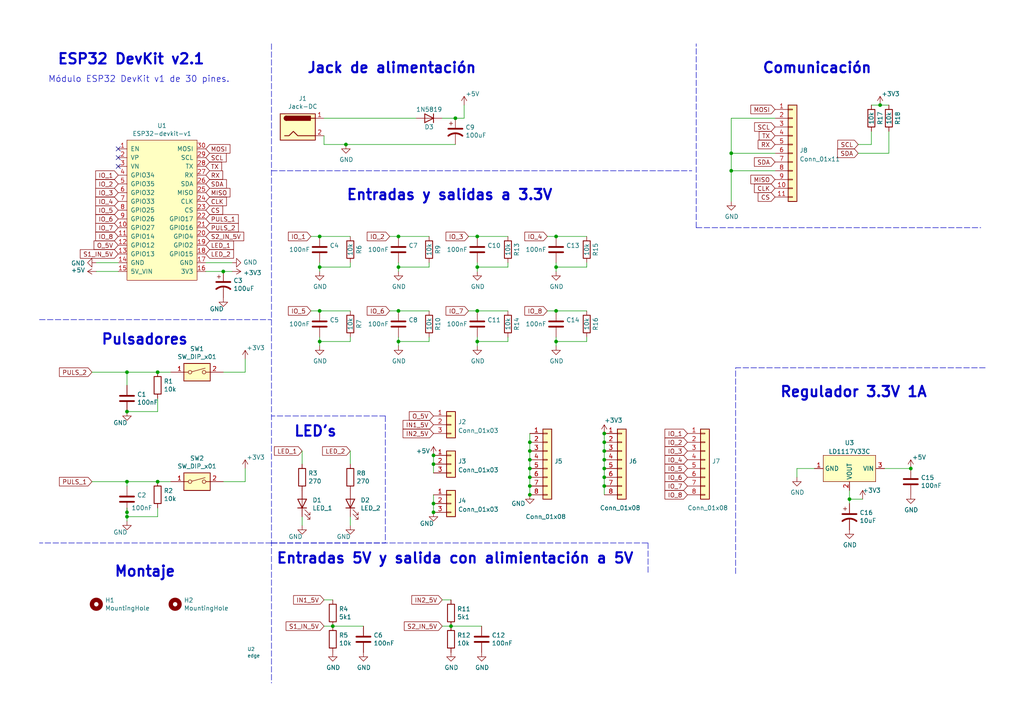
<source format=kicad_sch>
(kicad_sch (version 20211123) (generator eeschema)
  (paper "A4")
  (title_block (title "Esquema Open KIoT") (date "2022-04-25") (company "voluta.coop"))
  (lib_symbols
    (symbol "Connector:Jack-DC" (pin_names (offset 1.016))
      (property "Reference" "J" (at 0 5.334 0))
      (property "Value" "Jack-DC" (at 0 -5.08 0))
      (symbol "Jack-DC_0_1"
        (rectangle (start -5.08 3.81) (end 5.08 -3.81) (stroke (width 0.254)) (fill (type background)))
        (arc (start -3.302 3.175) (mid -3.937 2.54) (end -3.302 1.905) (stroke (width 0.254)))
        (arc (start -3.302 3.175) (mid -3.937 2.54) (end -3.302 1.905) (stroke (width 0.254)) (fill (type outline)))
        (polyline (pts (xy 5.08 2.54) (xy 3.81 2.54)) (stroke (width 0.254)))
        (polyline (pts (xy -3.81 -2.54) (xy -2.54 -2.54) (xy -1.27 -1.27) (xy 0 -2.54) (xy 2.54 -2.54) (xy 5.08 -2.54)) (stroke (width 0.254)))
        (rectangle (start 3.683 3.175) (end -3.302 1.905) (stroke (width 0.254)) (fill (type outline)))
      )
      (symbol "Jack-DC_1_1"
        (pin passive line (at 7.62 2.54 180) (length 2.54) (name "~") (number "1"))
        (pin passive line (at 7.62 -2.54 180) (length 2.54) (name "~") (number "2"))
      )
    )
    (symbol "Connector_Generic:Conn_01x03" (pin_names (offset 1.016) hide)
      (property "Reference" "J" (at 0 5.08 0))
      (property "Value" "Conn_01x03" (at 0 -5.08 0))
      (symbol "Conn_01x03_1_1"
        (rectangle (start -1.27 -2.413) (end 0 -2.667) (stroke (width 0.1524)))
        (rectangle (start -1.27 0.127) (end 0 -0.127) (stroke (width 0.1524)))
        (rectangle (start -1.27 2.667) (end 0 2.413) (stroke (width 0.1524)))
        (rectangle (start -1.27 3.81) (end 1.27 -3.81) (stroke (width 0.254)) (fill (type background)))
        (pin passive line (at -5.08 2.54 0) (length 3.81) (name "Pin_1") (number "1"))
        (pin passive line (at -5.08 0 0) (length 3.81) (name "Pin_2") (number "2"))
        (pin passive line (at -5.08 -2.54 0) (length 3.81) (name "Pin_3") (number "3"))
      )
    )
    (symbol "Connector_Generic:Conn_01x08" (pin_names (offset 1.016) hide)
      (property "Reference" "J" (at 0 10.16 0))
      (property "Value" "Conn_01x08" (at 0 -12.7 0))
      (symbol "Conn_01x08_1_1"
        (rectangle (start -1.27 -10.033) (end 0 -10.287) (stroke (width 0.1524)))
        (rectangle (start -1.27 -7.493) (end 0 -7.747) (stroke (width 0.1524)))
        (rectangle (start -1.27 -4.953) (end 0 -5.207) (stroke (width 0.1524)))
        (rectangle (start -1.27 -2.413) (end 0 -2.667) (stroke (width 0.1524)))
        (rectangle (start -1.27 0.127) (end 0 -0.127) (stroke (width 0.1524)))
        (rectangle (start -1.27 2.667) (end 0 2.413) (stroke (width 0.1524)))
        (rectangle (start -1.27 5.207) (end 0 4.953) (stroke (width 0.1524)))
        (rectangle (start -1.27 7.747) (end 0 7.493) (stroke (width 0.1524)))
        (rectangle (start -1.27 8.89) (end 1.27 -11.43) (stroke (width 0.254)) (fill (type background)))
        (pin passive line (at -5.08 7.62 0) (length 3.81) (name "Pin_1") (number "1"))
        (pin passive line (at -5.08 5.08 0) (length 3.81) (name "Pin_2") (number "2"))
        (pin passive line (at -5.08 2.54 0) (length 3.81) (name "Pin_3") (number "3"))
        (pin passive line (at -5.08 0 0) (length 3.81) (name "Pin_4") (number "4"))
        (pin passive line (at -5.08 -2.54 0) (length 3.81) (name "Pin_5") (number "5"))
        (pin passive line (at -5.08 -5.08 0) (length 3.81) (name "Pin_6") (number "6"))
        (pin passive line (at -5.08 -7.62 0) (length 3.81) (name "Pin_7") (number "7"))
        (pin passive line (at -5.08 -10.16 0) (length 3.81) (name "Pin_8") (number "8"))
      )
    )
    (symbol "Connector_Generic:Conn_01x11" (pin_names (offset 1.016) hide)
      (property "Reference" "J" (at 0 15.24 0))
      (property "Value" "Conn_01x11" (at 0 -15.24 0))
      (symbol "Conn_01x11_1_1"
        (rectangle (start -1.27 -12.573) (end 0 -12.827) (stroke (width 0.1524)))
        (rectangle (start -1.27 -10.033) (end 0 -10.287) (stroke (width 0.1524)))
        (rectangle (start -1.27 -7.493) (end 0 -7.747) (stroke (width 0.1524)))
        (rectangle (start -1.27 -4.953) (end 0 -5.207) (stroke (width 0.1524)))
        (rectangle (start -1.27 -2.413) (end 0 -2.667) (stroke (width 0.1524)))
        (rectangle (start -1.27 0.127) (end 0 -0.127) (stroke (width 0.1524)))
        (rectangle (start -1.27 2.667) (end 0 2.413) (stroke (width 0.1524)))
        (rectangle (start -1.27 5.207) (end 0 4.953) (stroke (width 0.1524)))
        (rectangle (start -1.27 7.747) (end 0 7.493) (stroke (width 0.1524)))
        (rectangle (start -1.27 10.287) (end 0 10.033) (stroke (width 0.1524)))
        (rectangle (start -1.27 12.827) (end 0 12.573) (stroke (width 0.1524)))
        (rectangle (start -1.27 13.97) (end 1.27 -13.97) (stroke (width 0.254)) (fill (type background)))
        (pin passive line (at -5.08 12.7 0) (length 3.81) (name "Pin_1") (number "1"))
        (pin passive line (at -5.08 -10.16 0) (length 3.81) (name "Pin_10") (number "10"))
        (pin passive line (at -5.08 -12.7 0) (length 3.81) (name "Pin_11") (number "11"))
        (pin passive line (at -5.08 10.16 0) (length 3.81) (name "Pin_2") (number "2"))
        (pin passive line (at -5.08 7.62 0) (length 3.81) (name "Pin_3") (number "3"))
        (pin passive line (at -5.08 5.08 0) (length 3.81) (name "Pin_4") (number "4"))
        (pin passive line (at -5.08 2.54 0) (length 3.81) (name "Pin_5") (number "5"))
        (pin passive line (at -5.08 0 0) (length 3.81) (name "Pin_6") (number "6"))
        (pin passive line (at -5.08 -2.54 0) (length 3.81) (name "Pin_7") (number "7"))
        (pin passive line (at -5.08 -5.08 0) (length 3.81) (name "Pin_8") (number "8"))
        (pin passive line (at -5.08 -7.62 0) (length 3.81) (name "Pin_9") (number "9"))
      )
    )
    (symbol "Device:C" (pin_numbers hide) (pin_names (offset 0.254))
      (property "Reference" "C" (at 0.635 2.54 0))
      (property "Value" "C" (at 0.635 -2.54 0))
      (symbol "C_0_1"
        (polyline (pts (xy -2.032 -0.762) (xy 2.032 -0.762)) (stroke (width 0.508)))
        (polyline (pts (xy -2.032 0.762) (xy 2.032 0.762)) (stroke (width 0.508)))
      )
      (symbol "C_1_1"
        (pin passive line (at 0 3.81 270) (length 2.794) (name "~") (number "1"))
        (pin passive line (at 0 -3.81 90) (length 2.794) (name "~") (number "2"))
      )
    )
    (symbol "Device:D" (pin_numbers hide) (pin_names (offset 1.016) hide)
      (property "Reference" "D" (at 0 2.54 0))
      (property "Value" "D" (at 0 -2.54 0))
      (symbol "D_0_1"
        (polyline (pts (xy -1.27 1.27) (xy -1.27 -1.27)) (stroke (width 0.254)))
        (polyline (pts (xy 1.27 0) (xy -1.27 0)))
        (polyline (pts (xy 1.27 1.27) (xy 1.27 -1.27) (xy -1.27 0) (xy 1.27 1.27)) (stroke (width 0.254)))
      )
      (symbol "D_1_1"
        (pin passive line (at -3.81 0 0) (length 2.54) (name "K") (number "1"))
        (pin passive line (at 3.81 0 180) (length 2.54) (name "A") (number "2"))
      )
    )
    (symbol "Device:LED" (pin_numbers hide) (pin_names (offset 1.016) hide)
      (property "Reference" "D" (at 0 2.54 0))
      (property "Value" "LED" (at 0 -2.54 0))
      (symbol "LED_0_1"
        (polyline (pts (xy -1.27 -1.27) (xy -1.27 1.27)) (stroke (width 0.254)))
        (polyline (pts (xy -1.27 0) (xy 1.27 0)))
        (polyline (pts (xy 1.27 -1.27) (xy 1.27 1.27) (xy -1.27 0) (xy 1.27 -1.27)) (stroke (width 0.254)))
        (polyline (pts (xy -3.048 -0.762) (xy -4.572 -2.286) (xy -3.81 -2.286) (xy -4.572 -2.286) (xy -4.572 -1.524)))
        (polyline (pts (xy -1.778 -0.762) (xy -3.302 -2.286) (xy -2.54 -2.286) (xy -3.302 -2.286) (xy -3.302 -1.524)))
      )
      (symbol "LED_1_1"
        (pin passive line (at -3.81 0 0) (length 2.54) (name "K") (number "1"))
        (pin passive line (at 3.81 0 180) (length 2.54) (name "A") (number "2"))
      )
    )
    (symbol "Device:R" (pin_numbers hide) (pin_names (offset 0))
      (property "Reference" "R" (at 2.032 0 90))
      (property "Value" "R" (at 0 0 90))
      (symbol "R_0_1"
        (rectangle (start -1.016 -2.54) (end 1.016 2.54) (stroke (width 0.254)))
      )
      (symbol "R_1_1"
        (pin passive line (at 0 3.81 270) (length 1.27) (name "~") (number "1"))
        (pin passive line (at 0 -3.81 90) (length 1.27) (name "~") (number "2"))
      )
    )
    (symbol "Mechanical:MountingHole" (pin_names (offset 1.016))
      (property "Reference" "H" (at 0 5.08 0))
      (property "Value" "MountingHole" (at 0 3.175 0))
      (symbol "MountingHole_0_1"
        (circle (center 0 0) (radius 1.27) (stroke (width 1.27)))
      )
    )
    (symbol "Open_KIoT:LD1117V33C"
      (property "Reference" "U" (at 6.35 -5.08 0))
      (property "Value" "LD1117V33C" (at 0 5.08 0))
      (symbol "LD1117V33C_0_1"
        (rectangle (start -7.62 3.81) (end 7.62 -3.81) (stroke (width 0.1524)) (fill (type background)))
      )
      (symbol "LD1117V33C_1_1"
        (pin output line (at -10.16 0 0) (length 2.54) (name "GND") (number "1"))
        (pin output line (at 0 -6.35 90) (length 2.54) (name "VOUT") (number "2"))
        (pin input line (at 10.16 0 180) (length 2.54) (name "VIN") (number "3"))
      )
    )
    (symbol "Switch:SW_DIP_x01" (pin_names (offset 0) hide)
      (property "Reference" "SW" (at 0 3.81 0))
      (property "Value" "SW_DIP_x01" (at 0 -3.81 0))
      (symbol "SW_DIP_x01_0_0"
        (circle (center -2.032 0) (radius 0.508))
        (polyline (pts (xy -1.524 0.127) (xy 2.3622 1.1684)))
        (circle (center 2.032 0) (radius 0.508))
      )
      (symbol "SW_DIP_x01_0_1"
        (rectangle (start -3.81 2.54) (end 3.81 -2.54) (stroke (width 0.254)) (fill (type background)))
      )
      (symbol "SW_DIP_x01_1_1"
        (pin passive line (at -7.62 0 0) (length 5.08) (name "~") (number "1"))
        (pin passive line (at 7.62 0 180) (length 5.08) (name "~") (number "2"))
      )
    )
    (symbol "eGallinero-rescue:CP1-Device" (pin_numbers hide) (pin_names (offset 0.254) hide)
      (property "Reference" "C" (at 0.635 2.54 0))
      (property "Value" "CP1-Device" (at 0.635 -2.54 0))
      (symbol "CP1-Device_0_1"
        (polyline (pts (xy -2.032 0.762) (xy 2.032 0.762)) (stroke (width 0.508)))
        (polyline (pts (xy -1.778 2.286) (xy -0.762 2.286)))
        (polyline (pts (xy -1.27 1.778) (xy -1.27 2.794)))
        (arc (start 2.032 -1.27) (mid 0 -0.5572) (end -2.032 -1.27) (stroke (width 0.508)))
      )
      (symbol "CP1-Device_1_1"
        (pin passive line (at 0 3.81 270) (length 2.794) (name "~") (number "1"))
        (pin passive line (at 0 -3.81 90) (length 3.302) (name "~") (number "2"))
      )
    )
    (symbol "eGallinero:ESP32-devkit-v1" (pin_names (offset 1.016))
      (property "Reference" "U" (at 0 22.86 0))
      (property "Value" "ESP32-devkit-v1" (at 0 -22.86 0))
      (symbol "ESP32-devkit-v1_0_1"
        (rectangle (start 10.16 -20.32) (end -10.16 20.32) (fill (type background)))
      )
      (symbol "ESP32-devkit-v1_1_1"
        (pin input line (at -12.7 17.78 0) (length 2.54) (name "EN") (number "1"))
        (pin input line (at -12.7 -5.08 0) (length 2.54) (name "GPIO27") (number "10"))
        (pin input line (at -12.7 -7.62 0) (length 2.54) (name "GPIO14") (number "11"))
        (pin input line (at -12.7 -10.16 0) (length 2.54) (name "GPIO12") (number "12"))
        (pin input line (at -12.7 -12.7 0) (length 2.54) (name "GPIO13") (number "13"))
        (pin input line (at -12.7 -15.24 0) (length 2.54) (name "GND") (number "14"))
        (pin input line (at -12.7 -17.78 0) (length 2.54) (name "5V_VIN") (number "15"))
        (pin input line (at 12.7 -17.78 180) (length 2.54) (name "3V3") (number "16"))
        (pin input line (at 12.7 -15.24 180) (length 2.54) (name "GND") (number "17"))
        (pin input line (at 12.7 -12.7 180) (length 2.54) (name "GPIO15") (number "18"))
        (pin input line (at 12.7 -10.16 180) (length 2.54) (name "GPIO2") (number "19"))
        (pin input line (at -12.7 15.24 0) (length 2.54) (name "VP") (number "2"))
        (pin input line (at 12.7 -7.62 180) (length 2.54) (name "GPIO4") (number "20"))
        (pin input line (at 12.7 -5.08 180) (length 2.54) (name "GPIO16") (number "21"))
        (pin input line (at 12.7 -2.54 180) (length 2.54) (name "GPIO17") (number "22"))
        (pin input line (at 12.7 0 180) (length 2.54) (name "CS") (number "23"))
        (pin input line (at 12.7 2.54 180) (length 2.54) (name "CLK") (number "24"))
        (pin input line (at 12.7 5.08 180) (length 2.54) (name "MISO") (number "25"))
        (pin input line (at 12.7 7.62 180) (length 2.54) (name "SDA") (number "26"))
        (pin input line (at 12.7 10.16 180) (length 2.54) (name "RX") (number "27"))
        (pin input line (at 12.7 12.7 180) (length 2.54) (name "TX") (number "28"))
        (pin input line (at 12.7 15.24 180) (length 2.54) (name "SCL") (number "29"))
        (pin input line (at -12.7 12.7 0) (length 2.54) (name "VN") (number "3"))
        (pin input line (at 12.7 17.78 180) (length 2.54) (name "MOSI") (number "30"))
        (pin input line (at -12.7 10.16 0) (length 2.54) (name "GPIO34") (number "4"))
        (pin input line (at -12.7 7.62 0) (length 2.54) (name "GPIO35") (number "5"))
        (pin input line (at -12.7 5.08 0) (length 2.54) (name "GPIO32") (number "6"))
        (pin input line (at -12.7 2.54 0) (length 2.54) (name "GPIO33") (number "7"))
        (pin input line (at -12.7 0 0) (length 2.54) (name "GPIO25") (number "8"))
        (pin input line (at -12.7 -2.54 0) (length 2.54) (name "GPIO26") (number "9"))
      )
    )
    (symbol "eGallinero:edge" (pin_numbers hide) (pin_names (offset 0) hide)
      (property "Reference" "U" (at 0 0 0))
      (property "Value" "edge" (at 0 -3.81 0))
    )
    (symbol "power:+3V3" (power) (pin_names (offset 0))
      (property "Value" "+3V3" (at 0 3.556 0))
      (symbol "+3V3_0_1"
        (polyline (pts (xy -0.762 1.27) (xy 0 2.54)))
        (polyline (pts (xy 0 0) (xy 0 2.54)))
        (polyline (pts (xy 0 2.54) (xy 0.762 1.27)))
      )
      (symbol "+3V3_1_1"
        (pin power_in line (at 0 0 90) (length 0) hide (name "+3V3") (number "1"))
      )
    )
    (symbol "power:+5V" (power) (pin_names (offset 0))
      (property "Value" "+5V" (at 0 3.556 0))
      (symbol "+5V_0_1"
        (polyline (pts (xy -0.762 1.27) (xy 0 2.54)))
        (polyline (pts (xy 0 0) (xy 0 2.54)))
        (polyline (pts (xy 0 2.54) (xy 0.762 1.27)))
      )
      (symbol "+5V_1_1"
        (pin power_in line (at 0 0 90) (length 0) hide (name "+5V") (number "1"))
      )
    )
    (symbol "power:GND" (power) (pin_names (offset 0))
      (property "Value" "GND" (at 0 -3.81 0))
      (symbol "GND_0_1"
        (polyline (pts (xy 0 0) (xy 0 -1.27) (xy 1.27 -1.27) (xy 0 -2.54) (xy -1.27 -1.27) (xy 0 -1.27)))
      )
      (symbol "GND_1_1"
        (pin power_in line (at 0 0 270) (length 0) hide (name "GND") (number "1"))
      )
    )
  )
  (junction (at 138.43 99.06))
  (junction (at 138.43 90.17))
  (junction (at 64.77 78.74))
  (junction (at 45.72 107.95))
  (junction (at 130.81 181.61))
  (junction (at 115.57 68.58))
  (junction (at 92.71 68.58))
  (junction (at 125.73 146.05))
  (junction (at 115.57 77.47))
  (junction (at 175.26 140.97))
  (junction (at 153.67 143.51))
  (junction (at 212.09 49.53))
  (junction (at 92.71 77.47))
  (junction (at 175.26 135.89))
  (junction (at 175.26 128.27))
  (junction (at 175.26 130.81))
  (junction (at 161.29 99.06))
  (junction (at 153.67 128.27))
  (junction (at 115.57 90.17))
  (junction (at 264.16 135.89))
  (junction (at 153.67 135.89))
  (junction (at 161.29 90.17))
  (junction (at 255.27 30.48))
  (junction (at 138.43 68.58))
  (junction (at 175.26 138.43))
  (junction (at 153.67 138.43))
  (junction (at 125.73 134.62))
  (junction (at 153.67 130.81))
  (junction (at 36.83 119.38))
  (junction (at 36.83 149.86))
  (junction (at 153.67 140.97))
  (junction (at 96.52 181.61))
  (junction (at 138.43 77.47))
  (junction (at 175.26 125.73))
  (junction (at 161.29 68.58))
  (junction (at 161.29 77.47))
  (junction (at 153.67 133.35))
  (junction (at 36.83 148.59))
  (junction (at 36.83 139.7))
  (junction (at 92.71 90.17))
  (junction (at 125.73 132.08))
  (junction (at 115.57 99.06))
  (junction (at 100.33 41.91))
  (junction (at 125.73 148.59))
  (junction (at 45.72 139.7))
  (junction (at 246.38 144.78))
  (junction (at 175.26 133.35))
  (junction (at 132.08 34.29))
  (junction (at 92.71 99.06))
  (junction (at 36.83 107.95))
  (junction (at 212.09 44.45))
  (no_connect (at 34.29 43.18))
  (no_connect (at 34.29 45.72))
  (no_connect (at 34.29 48.26))
  (wire (pts (xy 138.43 99.06) (xy 138.43 100.33)))
  (wire (pts (xy 115.57 77.47) (xy 115.57 78.74)))
  (wire (pts (xy 248.92 44.45) (xy 257.81 44.45)))
  (wire (pts (xy 252.73 30.48) (xy 255.27 30.48)))
  (wire (pts (xy 153.67 140.97) (xy 153.67 143.51)))
  (wire (pts (xy 256.54 135.89) (xy 264.16 135.89)))
  (wire (pts (xy 138.43 68.58) (xy 147.32 68.58)))
  (wire (pts (xy 147.32 77.47) (xy 138.43 77.47)))
  (wire (pts (xy 125.73 134.62) (xy 125.73 137.16)))
  (wire (pts (xy 124.46 76.2) (xy 124.46 77.47)))
  (wire (pts (xy 92.71 77.47) (xy 92.71 78.74)))
  (wire (pts (xy 64.77 78.74) (xy 67.31 78.74)))
  (wire (pts (xy 175.26 138.43) (xy 175.26 140.97)))
  (wire (pts (xy 161.29 97.79) (xy 161.29 99.06)))
  (wire (pts (xy 161.29 90.17) (xy 170.18 90.17)))
  (wire (pts (xy 90.17 90.17) (xy 92.71 90.17)))
  (wire (pts (xy 27.94 76.2) (xy 34.29 76.2)))
  (wire (pts (xy 64.77 107.95) (xy 71.12 107.95)))
  (polyline (pts (xy 285.75 106.68) (xy 213.36 106.68)))
  (wire (pts (xy 125.73 132.08) (xy 125.73 134.62)))
  (wire (pts (xy 153.67 128.27) (xy 153.67 130.81)))
  (wire (pts (xy 101.6 149.86) (xy 101.6 152.4)))
  (wire (pts (xy 71.12 139.7) (xy 71.12 135.89)))
  (wire (pts (xy 34.29 78.74) (xy 27.94 78.74)))
  (polyline (pts (xy 213.36 166.37) (xy 213.36 106.68)))
  (wire (pts (xy 161.29 77.47) (xy 161.29 78.74)))
  (wire (pts (xy 92.71 97.79) (xy 92.71 99.06)))
  (wire (pts (xy 255.27 30.48) (xy 257.81 30.48)))
  (wire (pts (xy 248.92 41.91) (xy 252.73 41.91)))
  (wire (pts (xy 231.14 135.89) (xy 236.22 135.89)))
  (wire (pts (xy 128.27 181.61) (xy 130.81 181.61)))
  (wire (pts (xy 153.67 135.89) (xy 153.67 138.43)))
  (wire (pts (xy 101.6 97.79) (xy 101.6 99.06)))
  (polyline (pts (xy 78.74 12.7) (xy 78.74 198.12)))
  (wire (pts (xy 93.98 181.61) (xy 96.52 181.61)))
  (wire (pts (xy 125.73 146.05) (xy 125.73 148.59)))
  (wire (pts (xy 115.57 90.17) (xy 124.46 90.17)))
  (wire (pts (xy 90.17 68.58) (xy 92.71 68.58)))
  (wire (pts (xy 93.98 41.91) (xy 93.98 39.37)))
  (wire (pts (xy 170.18 99.06) (xy 161.29 99.06)))
  (wire (pts (xy 161.29 76.2) (xy 161.29 77.47)))
  (wire (pts (xy 128.27 173.99) (xy 130.81 173.99)))
  (wire (pts (xy 250.19 144.78) (xy 246.38 144.78)))
  (wire (pts (xy 92.71 99.06) (xy 92.71 100.33)))
  (polyline (pts (xy 201.93 66.04) (xy 201.93 12.7)))
  (wire (pts (xy 135.89 90.17) (xy 138.43 90.17)))
  (wire (pts (xy 135.89 68.58) (xy 138.43 68.58)))
  (wire (pts (xy 71.12 107.95) (xy 71.12 104.14)))
  (wire (pts (xy 246.38 144.78) (xy 246.38 146.05)))
  (wire (pts (xy 113.03 90.17) (xy 115.57 90.17)))
  (wire (pts (xy 101.6 130.81) (xy 101.6 134.62)))
  (wire (pts (xy 26.67 107.95) (xy 36.83 107.95)))
  (wire (pts (xy 175.26 135.89) (xy 175.26 138.43)))
  (wire (pts (xy 100.33 41.91) (xy 132.08 41.91)))
  (wire (pts (xy 147.32 76.2) (xy 147.32 77.47)))
  (wire (pts (xy 87.63 149.86) (xy 87.63 152.4)))
  (wire (pts (xy 161.29 99.06) (xy 161.29 100.33)))
  (wire (pts (xy 115.57 76.2) (xy 115.57 77.47)))
  (wire (pts (xy 153.67 133.35) (xy 153.67 135.89)))
  (wire (pts (xy 96.52 181.61) (xy 105.41 181.61)))
  (wire (pts (xy 93.98 34.29) (xy 120.65 34.29)))
  (wire (pts (xy 134.62 34.29) (xy 134.62 30.48)))
  (wire (pts (xy 45.72 139.7) (xy 36.83 139.7)))
  (wire (pts (xy 45.72 147.32) (xy 45.72 149.86)))
  (polyline (pts (xy 78.74 49.53) (xy 200.66 49.53)))
  (wire (pts (xy 147.32 97.79) (xy 147.32 99.06)))
  (wire (pts (xy 212.09 44.45) (xy 212.09 49.53)))
  (polyline (pts (xy 111.76 120.65) (xy 78.74 120.65)))
  (wire (pts (xy 212.09 49.53) (xy 212.09 58.42)))
  (wire (pts (xy 45.72 115.57) (xy 45.72 119.38)))
  (polyline (pts (xy 78.74 157.48) (xy 187.96 157.48)))
  (wire (pts (xy 158.75 90.17) (xy 161.29 90.17)))
  (wire (pts (xy 170.18 97.79) (xy 170.18 99.06)))
  (polyline (pts (xy 78.74 157.48) (xy 11.43 157.48)))
  (wire (pts (xy 252.73 41.91) (xy 252.73 38.1)))
  (wire (pts (xy 175.26 125.73) (xy 175.26 128.27)))
  (wire (pts (xy 257.81 44.45) (xy 257.81 38.1)))
  (wire (pts (xy 224.79 34.29) (xy 212.09 34.29)))
  (wire (pts (xy 170.18 76.2) (xy 170.18 77.47)))
  (wire (pts (xy 49.53 107.95) (xy 45.72 107.95)))
  (wire (pts (xy 246.38 142.24) (xy 246.38 144.78)))
  (wire (pts (xy 59.69 76.2) (xy 67.31 76.2)))
  (wire (pts (xy 138.43 76.2) (xy 138.43 77.47)))
  (wire (pts (xy 59.69 78.74) (xy 64.77 78.74)))
  (wire (pts (xy 36.83 149.86) (xy 36.83 151.13)))
  (wire (pts (xy 93.98 41.91) (xy 100.33 41.91)))
  (wire (pts (xy 45.72 119.38) (xy 36.83 119.38)))
  (wire (pts (xy 124.46 97.79) (xy 124.46 99.06)))
  (wire (pts (xy 36.83 139.7) (xy 36.83 140.97)))
  (polyline (pts (xy 11.43 92.71) (xy 78.74 92.71)))
  (wire (pts (xy 87.63 130.81) (xy 87.63 134.62)))
  (wire (pts (xy 161.29 68.58) (xy 170.18 68.58)))
  (wire (pts (xy 92.71 90.17) (xy 101.6 90.17)))
  (wire (pts (xy 115.57 99.06) (xy 115.57 100.33)))
  (wire (pts (xy 125.73 143.51) (xy 125.73 146.05)))
  (wire (pts (xy 147.32 99.06) (xy 138.43 99.06)))
  (wire (pts (xy 138.43 77.47) (xy 138.43 78.74)))
  (wire (pts (xy 130.81 181.61) (xy 139.7 181.61)))
  (polyline (pts (xy 111.76 120.65) (xy 111.76 157.48)))
  (wire (pts (xy 212.09 44.45) (xy 224.79 44.45)))
  (wire (pts (xy 101.6 99.06) (xy 92.71 99.06)))
  (wire (pts (xy 128.27 34.29) (xy 132.08 34.29)))
  (wire (pts (xy 36.83 107.95) (xy 45.72 107.95)))
  (wire (pts (xy 101.6 76.2) (xy 101.6 77.47)))
  (wire (pts (xy 212.09 49.53) (xy 224.79 49.53)))
  (wire (pts (xy 158.75 68.58) (xy 161.29 68.58)))
  (wire (pts (xy 115.57 97.79) (xy 115.57 99.06)))
  (wire (pts (xy 36.83 111.76) (xy 36.83 107.95)))
  (wire (pts (xy 92.71 68.58) (xy 101.6 68.58)))
  (wire (pts (xy 170.18 77.47) (xy 161.29 77.47)))
  (wire (pts (xy 101.6 77.47) (xy 92.71 77.47)))
  (wire (pts (xy 175.26 128.27) (xy 175.26 130.81)))
  (wire (pts (xy 45.72 149.86) (xy 36.83 149.86)))
  (wire (pts (xy 153.67 130.81) (xy 153.67 133.35)))
  (wire (pts (xy 138.43 97.79) (xy 138.43 99.06)))
  (wire (pts (xy 36.83 148.59) (xy 36.83 149.86)))
  (wire (pts (xy 49.53 139.7) (xy 45.72 139.7)))
  (polyline (pts (xy 78.74 157.48) (xy 111.76 157.48)))
  (wire (pts (xy 92.71 76.2) (xy 92.71 77.47)))
  (wire (pts (xy 175.26 140.97) (xy 175.26 143.51)))
  (polyline (pts (xy 201.93 66.04) (xy 284.48 66.04)))
  (wire (pts (xy 26.67 139.7) (xy 36.83 139.7)))
  (wire (pts (xy 93.98 173.99) (xy 96.52 173.99)))
  (wire (pts (xy 212.09 34.29) (xy 212.09 44.45)))
  (wire (pts (xy 113.03 68.58) (xy 115.57 68.58)))
  (wire (pts (xy 115.57 68.58) (xy 124.46 68.58)))
  (wire (pts (xy 64.77 139.7) (xy 71.12 139.7)))
  (wire (pts (xy 124.46 99.06) (xy 115.57 99.06)))
  (wire (pts (xy 132.08 34.29) (xy 134.62 34.29)))
  (wire (pts (xy 231.14 138.43) (xy 231.14 135.89)))
  (wire (pts (xy 153.67 125.73) (xy 153.67 128.27)))
  (wire (pts (xy 138.43 90.17) (xy 147.32 90.17)))
  (wire (pts (xy 36.83 147.32) (xy 36.83 148.59)))
  (wire (pts (xy 175.26 133.35) (xy 175.26 135.89)))
  (polyline (pts (xy 187.96 157.48) (xy 187.96 166.37)))
  (wire (pts (xy 175.26 130.81) (xy 175.26 133.35)))
  (wire (pts (xy 153.67 138.43) (xy 153.67 140.97)))
  (wire (pts (xy 124.46 77.47) (xy 115.57 77.47)))
  (text "Regulador 3.3V 1A" (at 226.06 115.57 0) (effects (font (size 2.9972 2.9972) (thickness 0.5994) bold) (justify left bottom)))
  (text "Módulo ESP32 DevKit v1 de 30 pines. \n" (at 13.97 24.13 0) (effects (font (size 1.8034 1.8034)) (justify left bottom)))
  (text "Entradas 5V y salida con alimientación a 5V" (at 80.01 163.83 0) (effects (font (size 2.9972 2.9972) (thickness 0.5994) bold) (justify left bottom)))
  (text "Pulsadores\n" (at 29.21 100.33 0) (effects (font (size 2.9972 2.9972) (thickness 0.5994) bold) (justify left bottom)))
  (text "Entradas y salidas a 3.3V" (at 100.33 58.42 0) (effects (font (size 2.9972 2.9972) (thickness 0.5994) bold) (justify left bottom)))
  (text "Comunicación" (at 220.98 21.59 0) (effects (font (size 2.9972 2.9972) (thickness 0.5994) bold) (justify left bottom)))
  (text "Montaje" (at 33.02 167.64 0) (effects (font (size 2.9972 2.9972) (thickness 0.5994) bold) (justify left bottom)))
  (text "ESP32 DevKit v2.1" (at 16.51 19.05 0) (effects (font (size 2.9972 2.9972) (thickness 0.5994) bold) (justify left bottom)))
  (text "LED's" (at 85.09 127 0) (effects (font (size 2.9972 2.9972) (thickness 0.5994) bold) (justify left bottom)))
  (text "Jack de alimentación" (at 88.9 21.59 0) (effects (font (size 2.9972 2.9972) (thickness 0.5994) bold) (justify left bottom)))
  (global_label "IO_5" (shape input) (at 90.17 90.17 180) (property "Referencias entre hojas" "${INTERSHEET_REFS}" (effects hide)))
  (global_label "LED_1" (shape input) (at 87.63 130.81 180) (property "Referencias entre hojas" "${INTERSHEET_REFS}" (effects hide)))
  (global_label "IO_1" (shape input) (at 199.39 125.73 180) (property "Referencias entre hojas" "${INTERSHEET_REFS}" (effects hide)))
  (global_label "PULS_1" (shape input) (at 26.67 139.7 180) (property "Referencias entre hojas" "${INTERSHEET_REFS}" (effects hide)))
  (global_label "SCL" (shape input) (at 248.92 41.91 180) (property "Referencias entre hojas" "${INTERSHEET_REFS}" (effects hide)))
  (global_label "MOSI" (shape input) (at 59.69 43.18 0) (property "Referencias entre hojas" "${INTERSHEET_REFS}" (effects hide)))
  (global_label "PULS_2" (shape input) (at 59.69 66.04 0) (property "Referencias entre hojas" "${INTERSHEET_REFS}" (effects hide)))
  (global_label "S1_IN_5V" (shape input) (at 34.29 73.66 180) (property "Referencias entre hojas" "${INTERSHEET_REFS}" (effects hide)))
  (global_label "IO_2" (shape input) (at 199.39 128.27 180) (property "Referencias entre hojas" "${INTERSHEET_REFS}" (effects hide)))
  (global_label "IO_3" (shape input) (at 135.89 68.58 180) (property "Referencias entre hojas" "${INTERSHEET_REFS}" (effects hide)))
  (global_label "SCL" (shape input) (at 59.69 45.72 0) (property "Referencias entre hojas" "${INTERSHEET_REFS}" (effects hide)))
  (global_label "MOSI" (shape input) (at 224.79 31.75 180) (property "Referencias entre hojas" "${INTERSHEET_REFS}" (effects hide)))
  (global_label "IO_5" (shape input) (at 34.29 60.96 180) (property "Referencias entre hojas" "${INTERSHEET_REFS}" (effects hide)))
  (global_label "SCL" (shape input) (at 224.79 36.83 180) (property "Referencias entre hojas" "${INTERSHEET_REFS}" (effects hide)))
  (global_label "IO_8" (shape input) (at 199.39 143.51 180) (property "Referencias entre hojas" "${INTERSHEET_REFS}" (effects hide)))
  (global_label "IO_6" (shape input) (at 199.39 138.43 180) (property "Referencias entre hojas" "${INTERSHEET_REFS}" (effects hide)))
  (global_label "IO_1" (shape input) (at 90.17 68.58 180) (property "Referencias entre hojas" "${INTERSHEET_REFS}" (effects hide)))
  (global_label "IO_7" (shape input) (at 34.29 66.04 180) (property "Referencias entre hojas" "${INTERSHEET_REFS}" (effects hide)))
  (global_label "IO_1" (shape input) (at 34.29 50.8 180) (property "Referencias entre hojas" "${INTERSHEET_REFS}" (effects hide)))
  (global_label "TX" (shape input) (at 59.69 48.26 0) (property "Referencias entre hojas" "${INTERSHEET_REFS}" (effects hide)))
  (global_label "LED_1" (shape input) (at 59.69 71.12 0) (property "Referencias entre hojas" "${INTERSHEET_REFS}" (effects hide)))
  (global_label "CS" (shape input) (at 59.69 60.96 0) (property "Referencias entre hojas" "${INTERSHEET_REFS}" (effects hide)))
  (global_label "CLK" (shape input) (at 224.79 54.61 180) (property "Referencias entre hojas" "${INTERSHEET_REFS}" (effects hide)))
  (global_label "IO_3" (shape input) (at 199.39 130.81 180) (property "Referencias entre hojas" "${INTERSHEET_REFS}" (effects hide)))
  (global_label "IO_5" (shape input) (at 199.39 135.89 180) (property "Referencias entre hojas" "${INTERSHEET_REFS}" (effects hide)))
  (global_label "SDA" (shape input) (at 224.79 46.99 180) (property "Referencias entre hojas" "${INTERSHEET_REFS}" (effects hide)))
  (global_label "RX" (shape input) (at 224.79 41.91 180) (property "Referencias entre hojas" "${INTERSHEET_REFS}" (effects hide)))
  (global_label "IO_2" (shape input) (at 113.03 68.58 180) (property "Referencias entre hojas" "${INTERSHEET_REFS}" (effects hide)))
  (global_label "CS" (shape input) (at 224.79 57.15 180) (property "Referencias entre hojas" "${INTERSHEET_REFS}" (effects hide)))
  (global_label "IO_8" (shape input) (at 158.75 90.17 180) (property "Referencias entre hojas" "${INTERSHEET_REFS}" (effects hide)))
  (global_label "TX" (shape input) (at 224.79 39.37 180) (property "Referencias entre hojas" "${INTERSHEET_REFS}" (effects hide)))
  (global_label "MISO" (shape input) (at 59.69 55.88 0) (property "Referencias entre hojas" "${INTERSHEET_REFS}" (effects hide)))
  (global_label "O_5V" (shape input) (at 34.29 71.12 180) (property "Referencias entre hojas" "${INTERSHEET_REFS}" (effects hide)))
  (global_label "O_5V" (shape input) (at 125.73 120.65 180) (property "Referencias entre hojas" "${INTERSHEET_REFS}" (effects hide)))
  (global_label "SDA" (shape input) (at 59.69 53.34 0) (property "Referencias entre hojas" "${INTERSHEET_REFS}" (effects hide)))
  (global_label "IN2_5V" (shape input) (at 128.27 173.99 180) (property "Referencias entre hojas" "${INTERSHEET_REFS}" (effects hide)))
  (global_label "S2_IN_5V" (shape input) (at 59.69 68.58 0) (property "Referencias entre hojas" "${INTERSHEET_REFS}" (effects hide)))
  (global_label "MISO" (shape input) (at 224.79 52.07 180) (property "Referencias entre hojas" "${INTERSHEET_REFS}" (effects hide)))
  (global_label "IO_7" (shape input) (at 199.39 140.97 180) (property "Referencias entre hojas" "${INTERSHEET_REFS}" (effects hide)))
  (global_label "SDA" (shape input) (at 248.92 44.45 180) (property "Referencias entre hojas" "${INTERSHEET_REFS}" (effects hide)))
  (global_label "IO_4" (shape input) (at 199.39 133.35 180) (property "Referencias entre hojas" "${INTERSHEET_REFS}" (effects hide)))
  (global_label "LED_2" (shape input) (at 101.6 130.81 180) (property "Referencias entre hojas" "${INTERSHEET_REFS}" (effects hide)))
  (global_label "IO_2" (shape input) (at 34.29 53.34 180) (property "Referencias entre hojas" "${INTERSHEET_REFS}" (effects hide)))
  (global_label "PULS_1" (shape input) (at 59.69 63.5 0) (property "Referencias entre hojas" "${INTERSHEET_REFS}" (effects hide)))
  (global_label "IO_4" (shape input) (at 34.29 58.42 180) (property "Referencias entre hojas" "${INTERSHEET_REFS}" (effects hide)))
  (global_label "IO_4" (shape input) (at 158.75 68.58 180) (property "Referencias entre hojas" "${INTERSHEET_REFS}" (effects hide)))
  (global_label "RX" (shape input) (at 59.69 50.8 0) (property "Referencias entre hojas" "${INTERSHEET_REFS}" (effects hide)))
  (global_label "IO_7" (shape input) (at 135.89 90.17 180) (property "Referencias entre hojas" "${INTERSHEET_REFS}" (effects hide)))
  (global_label "IO_8" (shape input) (at 34.29 68.58 180) (property "Referencias entre hojas" "${INTERSHEET_REFS}" (effects hide)))
  (global_label "S2_IN_5V" (shape input) (at 128.27 181.61 180) (property "Referencias entre hojas" "${INTERSHEET_REFS}" (effects hide)))
  (global_label "IO_6" (shape input) (at 34.29 63.5 180) (property "Referencias entre hojas" "${INTERSHEET_REFS}" (effects hide)))
  (global_label "IO_3" (shape input) (at 34.29 55.88 180) (property "Referencias entre hojas" "${INTERSHEET_REFS}" (effects hide)))
  (global_label "IN1_5V" (shape input) (at 93.98 173.99 180) (property "Referencias entre hojas" "${INTERSHEET_REFS}" (effects hide)))
  (global_label "IN1_5V" (shape input) (at 125.73 123.19 180) (property "Referencias entre hojas" "${INTERSHEET_REFS}" (effects hide)))
  (global_label "CLK" (shape input) (at 59.69 58.42 0) (property "Referencias entre hojas" "${INTERSHEET_REFS}" (effects hide)))
  (global_label "PULS_2" (shape input) (at 26.67 107.95 180) (property "Referencias entre hojas" "${INTERSHEET_REFS}" (effects hide)))
  (global_label "IN2_5V" (shape input) (at 125.73 125.73 180) (property "Referencias entre hojas" "${INTERSHEET_REFS}" (effects hide)))
  (global_label "S1_IN_5V" (shape input) (at 93.98 181.61 180) (property "Referencias entre hojas" "${INTERSHEET_REFS}" (effects hide)))
  (global_label "IO_6" (shape input) (at 113.03 90.17 180) (property "Referencias entre hojas" "${INTERSHEET_REFS}" (effects hide)))
  (global_label "LED_2" (shape input) (at 59.69 73.66 0) (property "Referencias entre hojas" "${INTERSHEET_REFS}" (effects hide)))
  (symbol (lib_id "eGallinero:ESP32-devkit-v1") (at 46.99 60.96 0) (unit 1)
    (property "Reference" "U1" (at 46.99 36.449 0))
    (property "Value" "ESP32-devkit-v1" (at 46.99 38.7604 0))
    (property "Footprint" "eGallinero:ESP32-DevKit-v1" (effects hide))
  )
  (symbol (lib_id "Connector:Jack-DC") (at 86.36 36.83 0) (unit 1)
    (property "Reference" "J1" (at 87.8078 28.575 0))
    (property "Value" "Jack-DC" (at 87.8078 30.8864 0))
    (property "Footprint" "Connector_BarrelJack:BarrelJack_Horizontal" (effects hide))
  )
  (symbol (lib_id "power:GND") (at 100.33 41.91 0) (unit 1)
    (property "Reference" "#PWR014" (effects hide))
    (property "Value" "GND" (at 100.457 46.3042 0))
  )
  (symbol (lib_id "Device:D") (at 124.46 34.29 180) (unit 1)
    (property "Reference" "D3" (at 124.46 36.83 0))
    (property "Value" "1N5819" (at 124.46 31.75 0))
    (property "Footprint" "Diode_THT:D_DO-41_SOD81_P12.70mm_Horizontal" (effects hide))
  )
  (symbol (lib_id "power:GND") (at 27.94 76.2 270) (unit 1)
    (property "Reference" "#PWR01" (effects hide))
    (property "Value" "GND" (at 24.6888 76.327 90) (effects (justify right)))
  )
  (symbol (lib_id "power:GND") (at 67.31 76.2 90) (unit 1)
    (property "Reference" "#PWR06" (effects hide))
    (property "Value" "GND" (at 70.5612 76.073 90) (effects (justify right)))
  )
  (symbol (lib_id "power:+3V3") (at 67.31 78.74 270) (unit 1)
    (property "Reference" "#PWR07" (effects hide))
    (property "Value" "+3V3" (at 70.5612 79.121 90) (effects (justify left)))
  )
  (symbol (lib_id "power:+5V") (at 27.94 78.74 90) (unit 1)
    (property "Reference" "#PWR02" (effects hide))
    (property "Value" "+5V" (at 24.6888 78.359 90) (effects (justify left)))
  )
  (symbol (lib_id "power:+5V") (at 134.62 30.48 0) (unit 1)
    (property "Reference" "#PWR022" (effects hide))
    (property "Value" "+5V" (at 135.001 27.2288 0) (effects (justify left)))
  )
  (symbol (lib_id "eGallinero:edge") (at 71.12 189.23 0) (unit 1)
    (property "Reference" "U2" (at 71.755 188.2648 0) (effects (font (size 0.9906 0.9906)) (justify left)))
    (property "Value" "edge" (at 71.755 190.1698 0) (effects (font (size 0.9906 0.9906)) (justify left)))
    (property "Footprint" "eGallinero:edge_2" (effects hide))
  )
  (symbol (lib_id "power:+3V3") (at 71.12 104.14 0) (unit 1)
    (property "Reference" "#PWR08" (effects hide))
    (property "Value" "+3V3" (at 71.501 100.8888 0) (effects (justify left)))
  )
  (symbol (lib_id "power:+3V3") (at 71.12 135.89 0) (unit 1)
    (property "Reference" "#PWR09" (effects hide))
    (property "Value" "+3V3" (at 71.501 132.6388 0) (effects (justify left)))
  )
  (symbol (lib_id "Switch:SW_DIP_x01") (at 57.15 107.95 0) (unit 1)
    (property "Reference" "SW1" (at 57.15 101.1682 0))
    (property "Value" "SW_DIP_x01" (at 57.15 103.4796 0))
    (property "Footprint" "Button_Switch_THT:SW_PUSH_6mm_H4.3mm" (effects hide))
  )
  (symbol (lib_id "Device:R") (at 45.72 111.76 0) (unit 1)
    (property "Reference" "R1" (at 47.498 110.5916 0) (effects (justify left)))
    (property "Value" "10k" (at 47.498 112.903 0) (effects (justify left)))
    (property "Footprint" "Resistor_THT:R_Axial_DIN0207_L6.3mm_D2.5mm_P7.62mm_Horizontal" (effects hide))
  )
  (symbol (lib_id "power:GND") (at 36.83 119.38 0) (unit 1)
    (property "Reference" "#PWR03" (effects hide))
    (property "Value" "GND" (at 36.957 122.6312 0) (effects (justify right)))
  )
  (symbol (lib_id "Switch:SW_DIP_x01") (at 57.15 139.7 0) (unit 1)
    (property "Reference" "SW2" (at 57.15 132.9182 0))
    (property "Value" "SW_DIP_x01" (at 57.15 135.2296 0))
    (property "Footprint" "Button_Switch_THT:SW_PUSH_6mm_H4.3mm" (effects hide))
  )
  (symbol (lib_id "Device:R") (at 45.72 143.51 0) (unit 1)
    (property "Reference" "R2" (at 47.498 142.3416 0) (effects (justify left)))
    (property "Value" "10k" (at 47.498 144.653 0) (effects (justify left)))
    (property "Footprint" "Resistor_THT:R_Axial_DIN0207_L6.3mm_D2.5mm_P7.62mm_Horizontal" (effects hide))
  )
  (symbol (lib_id "power:GND") (at 36.83 151.13 0) (unit 1)
    (property "Reference" "#PWR04" (effects hide))
    (property "Value" "GND" (at 36.957 154.3812 0) (effects (justify right)))
  )
  (symbol (lib_id "Device:LED") (at 87.63 146.05 90) (unit 1)
    (property "Reference" "D1" (at 90.6018 145.0594 90) (effects (justify right)))
    (property "Value" "LED_1" (at 90.6018 147.3708 90) (effects (justify right)))
    (property "Footprint" "LED_THT:LED_D5.0mm_Clear" (effects hide))
  )
  (symbol (lib_id "Device:R") (at 87.63 138.43 0) (unit 1)
    (property "Reference" "R3" (at 89.408 137.2616 0) (effects (justify left)))
    (property "Value" "270" (at 89.408 139.573 0) (effects (justify left)))
    (property "Footprint" "Resistor_THT:R_Axial_DIN0207_L6.3mm_D2.5mm_P7.62mm_Horizontal" (effects hide))
  )
  (symbol (lib_id "power:GND") (at 87.63 152.4 0) (unit 1)
    (property "Reference" "#PWR010" (effects hide))
    (property "Value" "GND" (at 87.757 155.6512 0) (effects (justify right)))
  )
  (symbol (lib_id "eGallinero-rescue:CP1-Device") (at 132.08 38.1 0) (unit 1)
    (property "Reference" "C9" (at 135.001 36.9316 0) (effects (justify left)))
    (property "Value" "100uF" (at 135.001 39.243 0) (effects (justify left)))
    (property "Footprint" "Capacitor_THT:CP_Radial_D5.0mm_P2.00mm" (effects hide))
  )
  (symbol (lib_id "Device:R") (at 101.6 72.39 180) (unit 1)
    (property "Reference" "R6" (at 104.14 72.39 90))
    (property "Value" "10k" (at 101.6 72.39 90))
    (property "Footprint" "Resistor_THT:R_Axial_DIN0207_L6.3mm_D2.5mm_P7.62mm_Horizontal" (effects hide))
  )
  (symbol (lib_id "Device:LED") (at 101.6 146.05 90) (unit 1)
    (property "Reference" "D2" (at 104.5718 145.0594 90) (effects (justify right)))
    (property "Value" "LED_2" (at 104.5718 147.3708 90) (effects (justify right)))
    (property "Footprint" "LED_THT:LED_D5.0mm_Clear" (effects hide))
  )
  (symbol (lib_id "Device:R") (at 101.6 138.43 0) (unit 1)
    (property "Reference" "R8" (at 103.378 137.2616 0) (effects (justify left)))
    (property "Value" "270" (at 103.378 139.573 0) (effects (justify left)))
    (property "Footprint" "Resistor_THT:R_Axial_DIN0207_L6.3mm_D2.5mm_P7.62mm_Horizontal" (effects hide))
  )
  (symbol (lib_id "power:GND") (at 101.6 152.4 0) (unit 1)
    (property "Reference" "#PWR015" (effects hide))
    (property "Value" "GND" (at 101.727 155.6512 0) (effects (justify right)))
  )
  (symbol (lib_id "Mechanical:MountingHole") (at 27.94 175.26 0) (unit 1)
    (property "Reference" "H1" (at 30.48 174.0916 0) (effects (justify left)))
    (property "Value" "MountingHole" (at 30.48 176.403 0) (effects (justify left)))
    (property "Footprint" "MountingHole:MountingHole_3.2mm_M3_Pad_Via" (effects hide))
  )
  (symbol (lib_id "Mechanical:MountingHole") (at 50.8 175.26 0) (unit 1)
    (property "Reference" "H2" (at 53.34 174.0916 0) (effects (justify left)))
    (property "Value" "MountingHole" (at 53.34 176.403 0) (effects (justify left)))
    (property "Footprint" "MountingHole:MountingHole_3.2mm_M3_Pad_Via" (effects hide))
  )
  (symbol (lib_id "power:GND") (at 92.71 78.74 0) (unit 1)
    (property "Reference" "#PWR011" (effects hide))
    (property "Value" "GND" (at 92.837 83.1342 0))
  )
  (symbol (lib_id "Device:C") (at 92.71 72.39 0) (unit 1)
    (property "Reference" "C4" (at 95.631 71.2216 0) (effects (justify left)))
    (property "Value" "100nF" (at 83.82 72.39 0) (effects (justify left)))
    (property "Footprint" "Capacitor_THT:C_Disc_D3.8mm_W2.6mm_P2.50mm" (effects hide))
  )
  (symbol (lib_id "eGallinero-rescue:CP1-Device") (at 64.77 82.55 0) (unit 1)
    (property "Reference" "C3" (at 67.691 81.3816 0) (effects (justify left)))
    (property "Value" "100uF" (at 67.691 83.693 0) (effects (justify left)))
    (property "Footprint" "Capacitor_THT:CP_Radial_D5.0mm_P2.00mm" (effects hide))
  )
  (symbol (lib_id "power:GND") (at 64.77 86.36 0) (unit 1)
    (property "Reference" "#PWR05" (effects hide))
    (property "Value" "GND" (at 64.897 89.6112 0) (effects (justify right)))
  )
  (symbol (lib_id "Connector_Generic:Conn_01x03") (at 130.81 134.62 0) (unit 1)
    (property "Reference" "J3" (at 132.842 133.7853 0) (effects (justify left)))
    (property "Value" "Conn_01x03" (at 132.842 136.3222 0) (effects (justify left)))
    (property "Footprint" "Connector_PinHeader_2.54mm:PinHeader_1x03_P2.54mm_Vertical" (effects hide))
  )
  (symbol (lib_id "Open_KIoT:LD1117V33C") (at 246.38 135.89 0) (unit 1)
    (property "Reference" "U3" (at 246.38 128.431 0))
    (property "Value" "LD1117V33C" (at 246.38 130.9679 0))
    (property "Footprint" "Package_TO_SOT_THT:TO-220F-3_Vertical" (effects hide))
  )
  (symbol (lib_id "Device:C") (at 115.57 72.39 0) (unit 1)
    (property "Reference" "C7" (at 118.491 71.2216 0) (effects (justify left)))
    (property "Value" "100nF" (at 106.68 72.39 0) (effects (justify left)))
    (property "Footprint" "Capacitor_THT:C_Disc_D3.8mm_W2.6mm_P2.50mm" (effects hide))
  )
  (symbol (lib_id "Device:R") (at 147.32 93.98 180) (unit 1)
    (property "Reference" "R14" (at 149.86 93.98 90))
    (property "Value" "10k" (at 147.32 93.98 90))
    (property "Footprint" "Resistor_THT:R_Axial_DIN0207_L6.3mm_D2.5mm_P7.62mm_Horizontal" (effects hide))
  )
  (symbol (lib_id "Connector_Generic:Conn_01x08") (at 158.75 133.35 0) (unit 1)
    (property "Reference" "J5" (at 160.782 133.7853 0) (effects (justify left)))
    (property "Value" "Conn_01x08" (at 152.4 149.86 0) (effects (justify left)))
    (property "Footprint" "Connector_PinHeader_2.54mm:PinHeader_1x08_P2.54mm_Vertical" (effects hide))
  )
  (symbol (lib_id "Device:C") (at 36.83 115.57 0) (unit 1)
    (property "Reference" "C1" (at 39.751 114.4016 0) (effects (justify left)))
    (property "Value" "100nF" (at 39.751 116.713 0) (effects (justify left)))
    (property "Footprint" "Capacitor_THT:C_Disc_D3.8mm_W2.6mm_P2.50mm" (effects hide))
  )
  (symbol (lib_id "power:+5V") (at 125.73 132.08 0) (unit 1)
    (property "Reference" "#PWR019" (effects hide))
    (property "Value" "+5V" (at 120.65 130.81 0) (effects (justify left)))
  )
  (symbol (lib_id "power:GND") (at 138.43 78.74 0) (unit 1)
    (property "Reference" "#PWR023" (effects hide))
    (property "Value" "GND" (at 138.557 83.1342 0))
  )
  (symbol (lib_id "power:GND") (at 138.43 100.33 0) (unit 1)
    (property "Reference" "#PWR024" (effects hide))
    (property "Value" "GND" (at 138.557 104.7242 0))
  )
  (symbol (lib_id "Device:R") (at 147.32 72.39 180) (unit 1)
    (property "Reference" "R13" (at 149.86 72.39 90))
    (property "Value" "10k" (at 147.32 72.39 90))
    (property "Footprint" "Resistor_THT:R_Axial_DIN0207_L6.3mm_D2.5mm_P7.62mm_Horizontal" (effects hide))
  )
  (symbol (lib_id "power:GND") (at 231.14 138.43 0) (unit 1)
    (property "Reference" "#PWR031" (effects hide))
    (property "Value" "GND" (at 231.267 142.8242 0))
  )
  (symbol (lib_id "power:GND") (at 161.29 78.74 0) (unit 1)
    (property "Reference" "#PWR027" (effects hide))
    (property "Value" "GND" (at 161.417 83.1342 0))
  )
  (symbol (lib_id "power:GND") (at 153.67 143.51 0) (unit 1)
    (property "Reference" "#PWR026" (effects hide))
    (property "Value" "GND" (at 152.4 146.05 0) (effects (justify right)))
  )
  (symbol (lib_id "Device:R") (at 96.52 177.8 0) (unit 1)
    (property "Reference" "R4" (at 98.298 176.6316 0) (effects (justify left)))
    (property "Value" "5k1" (at 98.298 178.943 0) (effects (justify left)))
    (property "Footprint" "Resistor_THT:R_Axial_DIN0207_L6.3mm_D2.5mm_P7.62mm_Horizontal" (effects hide))
  )
  (symbol (lib_id "Device:R") (at 124.46 93.98 180) (unit 1)
    (property "Reference" "R10" (at 127 93.98 90))
    (property "Value" "10k" (at 124.46 93.98 90))
    (property "Footprint" "Resistor_THT:R_Axial_DIN0207_L6.3mm_D2.5mm_P7.62mm_Horizontal" (effects hide))
  )
  (symbol (lib_id "Connector_Generic:Conn_01x03") (at 130.81 123.19 0) (unit 1)
    (property "Reference" "J2" (at 132.842 122.3553 0) (effects (justify left)))
    (property "Value" "Conn_01x03" (at 132.842 124.8922 0) (effects (justify left)))
    (property "Footprint" "Connector_PinHeader_2.54mm:PinHeader_1x03_P2.54mm_Vertical" (effects hide))
  )
  (symbol (lib_id "power:GND") (at 130.81 189.23 0) (unit 1)
    (property "Reference" "#PWR021" (effects hide))
    (property "Value" "GND" (at 130.937 193.6242 0))
  )
  (symbol (lib_id "Device:R") (at 130.81 185.42 0) (unit 1)
    (property "Reference" "R12" (at 132.588 184.2516 0) (effects (justify left)))
    (property "Value" "10k" (at 132.588 186.563 0) (effects (justify left)))
    (property "Footprint" "Resistor_THT:R_Axial_DIN0207_L6.3mm_D2.5mm_P7.62mm_Horizontal" (effects hide))
  )
  (symbol (lib_id "Device:R") (at 170.18 93.98 180) (unit 1)
    (property "Reference" "R16" (at 172.72 93.98 90))
    (property "Value" "10k" (at 170.18 93.98 90))
    (property "Footprint" "Resistor_THT:R_Axial_DIN0207_L6.3mm_D2.5mm_P7.62mm_Horizontal" (effects hide))
  )
  (symbol (lib_id "Connector_Generic:Conn_01x08") (at 204.47 133.35 0) (unit 1)
    (property "Reference" "J7" (at 206.502 133.7853 0) (effects (justify left)))
    (property "Value" "Conn_01x08" (at 199.39 147.32 0) (effects (justify left)))
    (property "Footprint" "Connector_PinHeader_2.54mm:PinHeader_1x08_P2.54mm_Vertical" (effects hide))
  )
  (symbol (lib_id "Device:C") (at 161.29 72.39 0) (unit 1)
    (property "Reference" "C13" (at 164.211 71.2216 0) (effects (justify left)))
    (property "Value" "100nF" (at 152.4 72.39 0) (effects (justify left)))
    (property "Footprint" "Capacitor_THT:C_Disc_D3.8mm_W2.6mm_P2.50mm" (effects hide))
  )
  (symbol (lib_id "power:GND") (at 115.57 78.74 0) (unit 1)
    (property "Reference" "#PWR017" (effects hide))
    (property "Value" "GND" (at 115.697 83.1342 0))
  )
  (symbol (lib_id "power:+3V3") (at 175.26 125.73 0) (unit 1)
    (property "Reference" "#PWR029" (effects hide))
    (property "Value" "+3V3" (at 175.26 121.92 0) (effects (justify left)))
  )
  (symbol (lib_id "Device:C") (at 105.41 185.42 0) (unit 1)
    (property "Reference" "C6" (at 108.331 184.2516 0) (effects (justify left)))
    (property "Value" "100nF" (at 108.331 186.563 0) (effects (justify left)))
    (property "Footprint" "Capacitor_THT:C_Disc_D3.8mm_W2.6mm_P2.50mm" (effects hide))
  )
  (symbol (lib_id "power:GND") (at 139.7 189.23 0) (unit 1)
    (property "Reference" "#PWR025" (effects hide))
    (property "Value" "GND" (at 139.827 193.6242 0))
  )
  (symbol (lib_id "Device:R") (at 101.6 93.98 180) (unit 1)
    (property "Reference" "R7" (at 104.14 93.98 90))
    (property "Value" "10k" (at 101.6 93.98 90))
    (property "Footprint" "Resistor_THT:R_Axial_DIN0207_L6.3mm_D2.5mm_P7.62mm_Horizontal" (effects hide))
  )
  (symbol (lib_id "Device:R") (at 170.18 72.39 180) (unit 1)
    (property "Reference" "R15" (at 172.72 72.39 90))
    (property "Value" "10k" (at 170.18 72.39 90))
    (property "Footprint" "Resistor_THT:R_Axial_DIN0207_L6.3mm_D2.5mm_P7.62mm_Horizontal" (effects hide))
  )
  (symbol (lib_id "Device:C") (at 161.29 93.98 0) (unit 1)
    (property "Reference" "C14" (at 164.211 92.8116 0) (effects (justify left)))
    (property "Value" "100nF" (at 152.4 93.98 0) (effects (justify left)))
    (property "Footprint" "Capacitor_THT:C_Disc_D3.8mm_W2.6mm_P2.50mm" (effects hide))
  )
  (symbol (lib_id "power:GND") (at 105.41 189.23 0) (unit 1)
    (property "Reference" "#PWR016" (effects hide))
    (property "Value" "GND" (at 105.537 193.6242 0))
  )
  (symbol (lib_id "power:GND") (at 161.29 100.33 0) (unit 1)
    (property "Reference" "#PWR028" (effects hide))
    (property "Value" "GND" (at 161.417 104.7242 0))
  )
  (symbol (lib_id "Device:C") (at 138.43 72.39 0) (unit 1)
    (property "Reference" "C10" (at 141.351 71.2216 0) (effects (justify left)))
    (property "Value" "100nF" (at 129.54 72.39 0) (effects (justify left)))
    (property "Footprint" "Capacitor_THT:C_Disc_D3.8mm_W2.6mm_P2.50mm" (effects hide))
  )
  (symbol (lib_id "Connector_Generic:Conn_01x11") (at 229.87 44.45 0) (unit 1)
    (property "Reference" "J8" (at 231.902 43.6153 0) (effects (justify left)))
    (property "Value" "Conn_01x11" (at 231.902 46.1522 0) (effects (justify left)))
    (property "Footprint" "Connector_PinHeader_2.54mm:PinHeader_1x11_P2.54mm_Vertical" (effects hide))
  )
  (symbol (lib_id "Device:C") (at 115.57 93.98 0) (unit 1)
    (property "Reference" "C8" (at 118.491 92.8116 0) (effects (justify left)))
    (property "Value" "100nF" (at 106.68 93.98 0) (effects (justify left)))
    (property "Footprint" "Capacitor_THT:C_Disc_D3.8mm_W2.6mm_P2.50mm" (effects hide))
  )
  (symbol (lib_id "Device:C") (at 138.43 93.98 0) (unit 1)
    (property "Reference" "C11" (at 141.351 92.8116 0) (effects (justify left)))
    (property "Value" "100nF" (at 129.54 93.98 0) (effects (justify left)))
    (property "Footprint" "Capacitor_THT:C_Disc_D3.8mm_W2.6mm_P2.50mm" (effects hide))
  )
  (symbol (lib_id "power:GND") (at 212.09 58.42 0) (unit 1)
    (property "Reference" "#PWR030" (effects hide))
    (property "Value" "GND" (at 212.217 62.8142 0))
  )
  (symbol (lib_id "Device:R") (at 124.46 72.39 180) (unit 1)
    (property "Reference" "R9" (at 127 72.39 90))
    (property "Value" "10k" (at 124.46 72.39 90))
    (property "Footprint" "Resistor_THT:R_Axial_DIN0207_L6.3mm_D2.5mm_P7.62mm_Horizontal" (effects hide))
  )
  (symbol (lib_id "power:GND") (at 264.16 143.51 0) (unit 1)
    (property "Reference" "#PWR036" (effects hide))
    (property "Value" "GND" (at 264.287 147.9042 0))
  )
  (symbol (lib_id "Device:R") (at 257.81 34.29 180) (unit 1)
    (property "Reference" "R18" (at 260.35 34.29 90))
    (property "Value" "10k" (at 257.81 34.29 90))
    (property "Footprint" "Resistor_THT:R_Axial_DIN0207_L6.3mm_D2.5mm_P7.62mm_Horizontal" (effects hide))
  )
  (symbol (lib_id "Connector_Generic:Conn_01x08") (at 180.34 133.35 0) (unit 1)
    (property "Reference" "J6" (at 182.372 133.7853 0) (effects (justify left)))
    (property "Value" "Conn_01x08" (at 173.99 147.32 0) (effects (justify left)))
    (property "Footprint" "Connector_PinHeader_2.54mm:PinHeader_1x08_P2.54mm_Vertical" (effects hide))
  )
  (symbol (lib_id "Device:C") (at 139.7 185.42 0) (unit 1)
    (property "Reference" "C12" (at 142.621 184.2516 0) (effects (justify left)))
    (property "Value" "100nF" (at 142.621 186.563 0) (effects (justify left)))
    (property "Footprint" "Capacitor_THT:C_Disc_D3.8mm_W2.6mm_P2.50mm" (effects hide))
  )
  (symbol (lib_id "power:GND") (at 96.52 189.23 0) (unit 1)
    (property "Reference" "#PWR013" (effects hide))
    (property "Value" "GND" (at 96.647 193.6242 0))
  )
  (symbol (lib_id "Device:R") (at 130.81 177.8 0) (unit 1)
    (property "Reference" "R11" (at 132.588 176.6316 0) (effects (justify left)))
    (property "Value" "5k1" (at 132.588 178.943 0) (effects (justify left)))
    (property "Footprint" "Resistor_THT:R_Axial_DIN0207_L6.3mm_D2.5mm_P7.62mm_Horizontal" (effects hide))
  )
  (symbol (lib_id "power:+5V") (at 264.16 135.89 0) (unit 1)
    (property "Reference" "#PWR035" (effects hide))
    (property "Value" "+5V" (at 264.541 132.6388 0) (effects (justify left)))
  )
  (symbol (lib_id "power:+3V3") (at 250.19 144.78 0) (unit 1)
    (property "Reference" "#PWR033" (effects hide))
    (property "Value" "+3V3" (at 250.19 142.24 0) (effects (justify left)))
  )
  (symbol (lib_id "power:GND") (at 115.57 100.33 0) (unit 1)
    (property "Reference" "#PWR018" (effects hide))
    (property "Value" "GND" (at 115.697 104.7242 0))
  )
  (symbol (lib_id "power:GND") (at 92.71 100.33 0) (unit 1)
    (property "Reference" "#PWR012" (effects hide))
    (property "Value" "GND" (at 92.837 104.7242 0))
  )
  (symbol (lib_id "Connector_Generic:Conn_01x03") (at 130.81 146.05 0) (unit 1)
    (property "Reference" "J4" (at 132.842 145.2153 0) (effects (justify left)))
    (property "Value" "Conn_01x03" (at 132.842 147.7522 0) (effects (justify left)))
    (property "Footprint" "Connector_PinHeader_2.54mm:PinHeader_1x03_P2.54mm_Vertical" (effects hide))
  )
  (symbol (lib_id "Device:R") (at 96.52 185.42 0) (unit 1)
    (property "Reference" "R5" (at 98.298 184.2516 0) (effects (justify left)))
    (property "Value" "10k" (at 98.298 186.563 0) (effects (justify left)))
    (property "Footprint" "Resistor_THT:R_Axial_DIN0207_L6.3mm_D2.5mm_P7.62mm_Horizontal" (effects hide))
  )
  (symbol (lib_id "Device:C") (at 264.16 139.7 0) (unit 1)
    (property "Reference" "C15" (at 267.081 138.5316 0) (effects (justify left)))
    (property "Value" "100nF" (at 267.081 140.843 0) (effects (justify left)))
    (property "Footprint" "Capacitor_THT:C_Disc_D3.8mm_W2.6mm_P2.50mm" (effects hide))
  )
  (symbol (lib_id "power:GND") (at 125.73 148.59 0) (unit 1)
    (property "Reference" "#PWR020" (effects hide))
    (property "Value" "GND" (at 125.857 151.8412 0) (effects (justify right)))
  )
  (symbol (lib_id "eGallinero-rescue:CP1-Device") (at 246.38 149.86 0) (unit 1)
    (property "Reference" "C16" (at 249.301 148.6916 0) (effects (justify left)))
    (property "Value" "10uF" (at 249.301 151.003 0) (effects (justify left)))
    (property "Footprint" "Capacitor_THT:CP_Radial_D5.0mm_P2.00mm" (effects hide))
  )
  (symbol (lib_id "power:+3V3") (at 255.27 30.48 0) (unit 1)
    (property "Reference" "#PWR034" (effects hide))
    (property "Value" "+3V3" (at 255.651 27.2288 0) (effects (justify left)))
  )
  (symbol (lib_id "power:GND") (at 246.38 153.67 0) (unit 1)
    (property "Reference" "#PWR032" (effects hide))
    (property "Value" "GND" (at 246.507 158.0642 0))
  )
  (symbol (lib_id "Device:R") (at 252.73 34.29 180) (unit 1)
    (property "Reference" "R17" (at 255.27 34.29 90))
    (property "Value" "10k" (at 252.73 34.29 90))
    (property "Footprint" "Resistor_THT:R_Axial_DIN0207_L6.3mm_D2.5mm_P7.62mm_Horizontal" (effects hide))
  )
  (symbol (lib_id "Device:C") (at 36.83 144.78 0) (unit 1)
    (property "Reference" "C2" (at 39.751 143.6116 0) (effects (justify left)))
    (property "Value" "100nF" (at 38.1 147.32 0) (effects (justify left)))
    (property "Footprint" "Capacitor_THT:C_Disc_D3.8mm_W2.6mm_P2.50mm" (effects hide))
  )
  (symbol (lib_id "Device:C") (at 92.71 93.98 0) (unit 1)
    (property "Reference" "C5" (at 95.631 92.8116 0) (effects (justify left)))
    (property "Value" "100nF" (at 83.82 93.98 0) (effects (justify left)))
    (property "Footprint" "Capacitor_THT:C_Disc_D3.8mm_W2.6mm_P2.50mm" (effects hide))
  )
)
</source>
